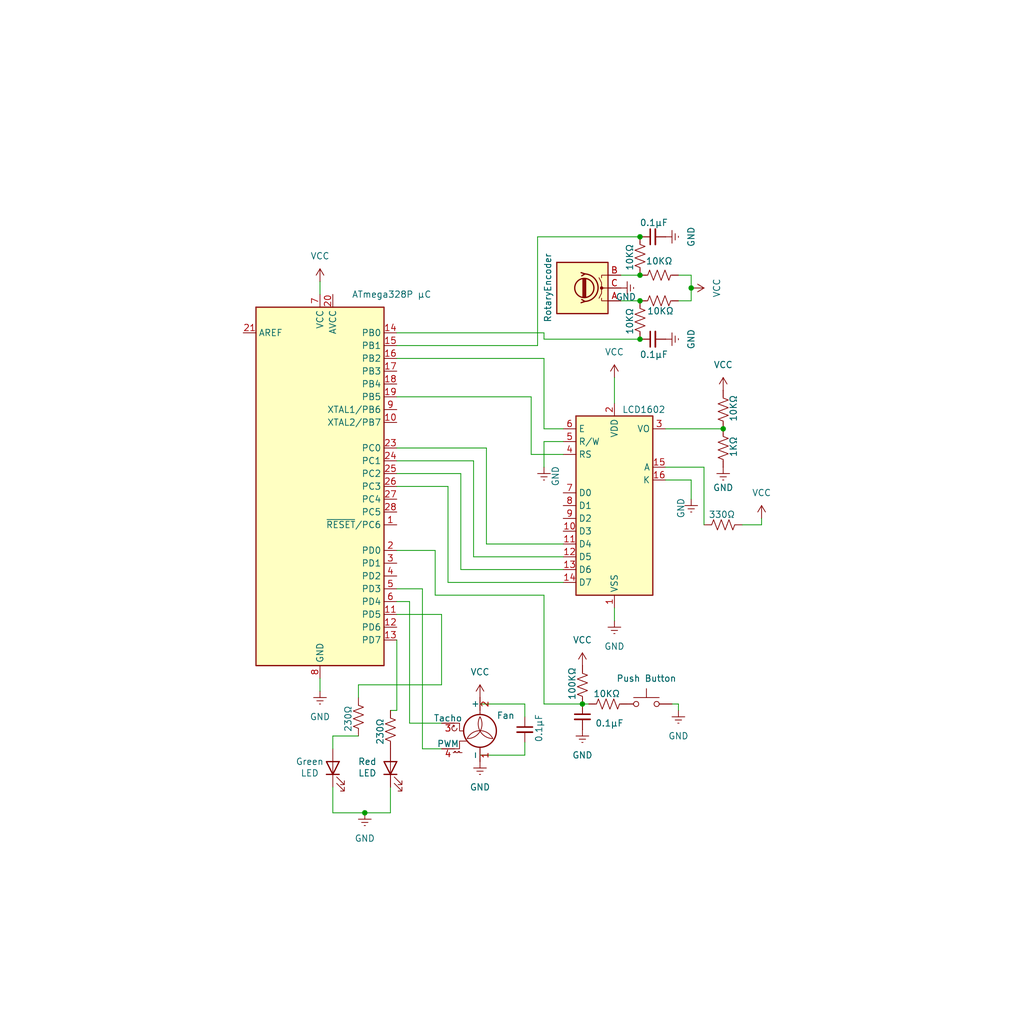
<source format=kicad_sch>
(kicad_sch (version 20250114) (generator "eeschema") (generator_version "9.0")
  (paper "User" 203.2 203.2)
  (title_block (title "Lab 4 Sage Marks & Matt Krueger") (date "4/4/2025"))
  (lib_symbols
    (symbol "Device:C_Small" (pin_numbers (hide yes)) (pin_names (offset 0.254) (hide yes))
      (property "Reference" "C" (at 0.254 1.778 0))
      (property "Value" "C_Small" (at 0.254 -2.032 0))
      (symbol "C_Small_0_1"
        (polyline (pts (xy -1.524 0.508) (xy 1.524 0.508)) (stroke (width 0.3048)))
        (polyline (pts (xy -1.524 -0.508) (xy 1.524 -0.508)) (stroke (width 0.3302)))
      )
      (symbol "C_Small_1_1"
        (pin passive line (at 0 2.54 270) (length 2.032) (name "~") (number "1"))
        (pin passive line (at 0 -2.54 90) (length 2.032) (name "~") (number "2"))
      )
    )
    (symbol "Device:LED" (pin_numbers (hide yes)) (pin_names (offset 1.016) (hide yes))
      (property "Reference" "Red" (at -4.826 3.556 0))
      (property "Value" "LED" (at -4.572 1.016 0))
      (symbol "LED_0_1"
        (polyline (pts (xy 2.54 1.27) (xy 2.54 3.81)))
        (polyline (pts (xy 3.302 0.762) (xy 4.826 -0.762) (xy 4.826 0) (xy 4.826 -0.762) (xy 4.064 -0.762)))
        (polyline (pts (xy 3.302 -0.508) (xy 4.826 -2.032) (xy 4.826 -1.27) (xy 4.826 -2.032) (xy 4.064 -2.032)))
        (polyline (pts (xy 3.81 3.81) (xy 1.27 3.81) (xy 2.54 1.27) (xy 3.81 3.81)) (stroke (width 0.254)))
        (polyline (pts (xy 3.81 1.27) (xy 1.27 1.27)) (stroke (width 0.254)))
      )
      (symbol "LED_1_1"
        (pin passive line (at 2.54 6.35 270) (length 2.54) (name "A") (number "2"))
        (pin passive line (at 2.54 -1.27 90) (length 2.54) (name "K") (number "1"))
      )
    )
    (symbol "Device:R_US" (pin_numbers (hide yes)) (pin_names (offset 0))
      (property "Reference" "R" (at 2.54 0 90))
      (property "Value" "R_US" (at -2.54 0 90))
      (symbol "R_US_0_1"
        (polyline (pts (xy 0 2.286) (xy 0 2.54)))
        (polyline (pts (xy 0 2.286) (xy 1.016 1.905) (xy 0 1.524) (xy -1.016 1.143) (xy 0 0.762)))
        (polyline (pts (xy 0 0.762) (xy 1.016 0.381) (xy 0 0) (xy -1.016 -0.381) (xy 0 -0.762)))
        (polyline (pts (xy 0 -0.762) (xy 1.016 -1.143) (xy 0 -1.524) (xy -1.016 -1.905) (xy 0 -2.286)))
        (polyline (pts (xy 0 -2.286) (xy 0 -2.54)))
      )
      (symbol "R_US_1_1"
        (pin passive line (at 0 3.81 270) (length 1.27) (name "~") (number "1"))
        (pin passive line (at 0 -3.81 90) (length 1.27) (name "~") (number "2"))
      )
    )
    (symbol "Device:RotaryEncoder" (pin_names (offset 0.254) (hide yes))
      (property "Reference" "SW" (at 0 6.604 0))
      (property "Value" "RotaryEncoder" (at 0 -6.604 0))
      (symbol "RotaryEncoder_0_1"
        (rectangle (start -5.08 5.08) (end 5.08 -5.08) (stroke (width 0.254)) (fill (type background)))
        (polyline (pts (xy -5.08 2.54) (xy -3.81 2.54) (xy -3.81 2.032)))
        (polyline (pts (xy -5.08 0) (xy -3.81 0) (xy -3.81 -1.016) (xy -3.302 -2.032)))
        (polyline (pts (xy -5.08 -2.54) (xy -3.81 -2.54) (xy -3.81 -2.032)))
        (polyline (pts (xy -4.318 0) (xy -3.81 0) (xy -3.81 1.016) (xy -3.302 2.032)))
        (circle (center -3.81 0) (radius 0.254) (fill (type outline)))
        (polyline (pts (xy -0.635 -1.778) (xy -0.635 1.778)) (stroke (width 0.254)))
        (circle (center -0.381 0) (radius 1.905) (stroke (width 0.254)))
        (polyline (pts (xy -0.381 -1.778) (xy -0.381 1.778)) (stroke (width 0.254)))
        (arc (start -0.381 -2.794) (mid -3.0988 -0.0635) (end -0.381 2.667) (stroke (width 0.254)))
        (polyline (pts (xy -0.127 1.778) (xy -0.127 -1.778)) (stroke (width 0.254)))
        (polyline (pts (xy 0.254 2.921) (xy -0.508 2.667) (xy 0.127 2.286)) (stroke (width 0.254)))
        (polyline (pts (xy 0.254 -3.048) (xy -0.508 -2.794) (xy 0.127 -2.413)) (stroke (width 0.254)))
      )
      (symbol "RotaryEncoder_1_1"
        (pin passive line (at -7.62 2.54 0) (length 2.54) (name "A") (number "A"))
        (pin passive line (at -7.62 0 0) (length 2.54) (name "C") (number "C"))
        (pin passive line (at -7.62 -2.54 0) (length 2.54) (name "B") (number "B"))
      )
    )
    (symbol "Display_Character:WC1602A"
      (property "Reference" "DS" (at -5.842 19.05 0))
      (property "Value" "WC1602A" (at 5.334 19.05 0))
      (symbol "WC1602A_1_1"
        (rectangle (start -7.62 17.78) (end 7.62 -17.78) (stroke (width 0.254)) (fill (type background)))
        (pin input line (at -10.16 15.24 0) (length 2.54) (name "E") (number "6"))
        (pin input line (at -10.16 12.7 0) (length 2.54) (name "R/W") (number "5"))
        (pin input line (at -10.16 10.16 0) (length 2.54) (name "RS") (number "4"))
        (pin input line (at -10.16 2.54 0) (length 2.54) (name "D0") (number "7"))
        (pin input line (at -10.16 0 0) (length 2.54) (name "D1") (number "8"))
        (pin input line (at -10.16 -2.54 0) (length 2.54) (name "D2") (number "9"))
        (pin input line (at -10.16 -5.08 0) (length 2.54) (name "D3") (number "10"))
        (pin input line (at -10.16 -7.62 0) (length 2.54) (name "D4") (number "11"))
        (pin input line (at -10.16 -10.16 0) (length 2.54) (name "D5") (number "12"))
        (pin input line (at -10.16 -12.7 0) (length 2.54) (name "D6") (number "13"))
        (pin input line (at -10.16 -15.24 0) (length 2.54) (name "D7") (number "14"))
        (pin power_in line (at 0 20.32 270) (length 2.54) (name "VDD") (number "2"))
        (pin power_in line (at 0 -20.32 90) (length 2.54) (name "VSS") (number "1"))
        (pin input line (at 10.16 15.24 180) (length 2.54) (name "VO") (number "3"))
        (pin power_in line (at 10.16 7.62 180) (length 2.54) (name "A") (number "15"))
        (pin power_in line (at 10.16 5.08 180) (length 2.54) (name "K") (number "16"))
      )
    )
    (symbol "MCU_Microchip_ATmega:ATmega328P-P"
      (property "Reference" "U" (at -12.7 36.83 0))
      (property "Value" "ATmega328P-P" (at 2.54 -36.83 0))
      (symbol "ATmega328P-P_0_1"
        (rectangle (start -12.7 -35.56) (end 12.7 35.56) (stroke (width 0.254)) (fill (type background)))
      )
      (symbol "ATmega328P-P_1_1"
        (pin passive line (at -15.24 30.48 0) (length 2.54) (name "AREF") (number "21"))
        (pin power_in line (at 0 38.1 270) (length 2.54) (name "VCC") (number "7"))
        (pin passive line (at 0 -38.1 90) (length 2.54) (hide yes) (name "GND") (number "22"))
        (pin power_in line (at 0 -38.1 90) (length 2.54) (name "GND") (number "8"))
        (pin power_in line (at 2.54 38.1 270) (length 2.54) (name "AVCC") (number "20"))
        (pin bidirectional line (at 15.24 30.48 180) (length 2.54) (name "PB0") (number "14"))
        (pin bidirectional line (at 15.24 27.94 180) (length 2.54) (name "PB1") (number "15"))
        (pin bidirectional line (at 15.24 25.4 180) (length 2.54) (name "PB2") (number "16"))
        (pin bidirectional line (at 15.24 22.86 180) (length 2.54) (name "PB3") (number "17"))
        (pin bidirectional line (at 15.24 20.32 180) (length 2.54) (name "PB4") (number "18"))
        (pin bidirectional line (at 15.24 17.78 180) (length 2.54) (name "PB5") (number "19"))
        (pin bidirectional line (at 15.24 15.24 180) (length 2.54) (name "XTAL1/PB6") (number "9"))
        (pin bidirectional line (at 15.24 12.7 180) (length 2.54) (name "XTAL2/PB7") (number "10"))
        (pin bidirectional line (at 15.24 7.62 180) (length 2.54) (name "PC0") (number "23"))
        (pin bidirectional line (at 15.24 5.08 180) (length 2.54) (name "PC1") (number "24"))
        (pin bidirectional line (at 15.24 2.54 180) (length 2.54) (name "PC2") (number "25"))
        (pin bidirectional line (at 15.24 0 180) (length 2.54) (name "PC3") (number "26"))
        (pin bidirectional line (at 15.24 -2.54 180) (length 2.54) (name "PC4") (number "27"))
        (pin bidirectional line (at 15.24 -5.08 180) (length 2.54) (name "PC5") (number "28"))
        (pin bidirectional line (at 15.24 -7.62 180) (length 2.54) (name "~{RESET}/PC6") (number "1"))
        (pin bidirectional line (at 15.24 -12.7 180) (length 2.54) (name "PD0") (number "2"))
        (pin bidirectional line (at 15.24 -15.24 180) (length 2.54) (name "PD1") (number "3"))
        (pin bidirectional line (at 15.24 -17.78 180) (length 2.54) (name "PD2") (number "4"))
        (pin bidirectional line (at 15.24 -20.32 180) (length 2.54) (name "PD3") (number "5"))
        (pin bidirectional line (at 15.24 -22.86 180) (length 2.54) (name "PD4") (number "6"))
        (pin bidirectional line (at 15.24 -25.4 180) (length 2.54) (name "PD5") (number "11"))
        (pin bidirectional line (at 15.24 -27.94 180) (length 2.54) (name "PD6") (number "12"))
        (pin bidirectional line (at 15.24 -30.48 180) (length 2.54) (name "PD7") (number "13"))
      )
    )
    (symbol "Motor:Fan_4pin" (pin_names (offset 0))
      (property "Reference" "M" (at 2.54 5.08 0))
      (property "Value" "Fan_4pin" (at 2.54 -2.54 0))
      (symbol "Fan_4pin_0_0"
        (polyline (pts (xy -5.08 2.032) (xy -5.334 2.159)))
        (polyline (pts (xy -5.08 2.032) (xy -5.207 1.778)))
        (arc (start -4.572 1.524) (mid -5.08 1.0182) (end -5.588 1.524))
        (arc (start -5.588 1.524) (mid -5.4392 1.8832) (end -5.08 2.032))
        (polyline (pts (xy -4.064 2.54) (xy -4.064 1.016) (xy -3.302 1.016)))
      )
      (symbol "Fan_4pin_0_1"
        (polyline (pts (xy -5.334 -3.302) (xy -5.08 -3.302) (xy -5.08 -3.048) (xy -4.826 -3.048) (xy -4.826 -3.302) (xy -4.318 -3.302) (xy -4.318 -3.048) (xy -4.064 -3.048) (xy -4.064 -3.302) (xy -3.556 -3.302)))
        (polyline (pts (xy -4.064 2.54) (xy -5.08 2.54)))
        (polyline (pts (xy -2.54 -1.016) (xy -4.064 -1.016) (xy -4.064 -2.54) (xy -5.08 -2.54)))
        (arc (start 0 3.81) (mid -0.0015 0.9048) (end -2.54 -0.508))
        (polyline (pts (xy 0 4.572) (xy 0 5.08)))
        (polyline (pts (xy 0 4.2672) (xy 0 4.6228)))
        (circle (center 0 1.016) (radius 3.2512) (stroke (width 0.254)))
        (arc (start -2.54 -0.508) (mid 0 1.0618) (end 2.54 -0.508))
        (polyline (pts (xy 0 -2.2352) (xy 0 -2.6416)))
        (polyline (pts (xy 0 -5.08) (xy 0 -4.572)))
        (arc (start 2.54 -0.508) (mid 0.047 0.9315) (end 0 3.81))
      )
      (symbol "Fan_4pin_1_1"
        (pin passive line (at -7.62 2.54 0) (length 2.54) (name "Tacho") (number "3"))
        (pin input line (at -7.62 -2.54 0) (length 2.54) (name "PWM") (number "4"))
        (pin passive line (at 0 7.62 270) (length 2.54) (name "+") (number "2"))
        (pin passive line (at 0 -5.08 90) (length 2.54) (name "-") (number "1"))
      )
    )
    (symbol "Switch:SW_Push" (pin_numbers (hide yes)) (pin_names (offset 1.016) (hide yes))
      (property "Reference" "SW" (at 1.27 2.54 0))
      (property "Value" "SW_Push" (at 0 -1.524 0))
      (symbol "SW_Push_0_1"
        (circle (center -2.032 0) (radius 0.508))
        (polyline (pts (xy 0 1.27) (xy 0 3.048)))
        (circle (center 2.032 0) (radius 0.508))
        (polyline (pts (xy 2.54 1.27) (xy -2.54 1.27)))
        (pin passive line (at -5.08 0 0) (length 2.54) (name "1") (number "1"))
        (pin passive line (at 5.08 0 180) (length 2.54) (name "2") (number "2"))
      )
    )
    (symbol "power:Earth" (power) (pin_numbers (hide yes)) (pin_names (offset 0) (hide yes))
      (property "Value" "Earth" (at 0 -3.81 0))
      (symbol "Earth_0_1"
        (polyline (pts (xy -0.635 -1.905) (xy 0.635 -1.905)))
        (polyline (pts (xy -0.127 -2.54) (xy 0.127 -2.54)))
        (polyline (pts (xy 0 -1.27) (xy 0 0)))
        (polyline (pts (xy 1.27 -1.27) (xy -1.27 -1.27)))
      )
      (symbol "Earth_1_1"
        (pin power_in line (at 0 0 270) (length 0) (name "~") (number "1"))
      )
    )
    (symbol "power:VCC" (power) (pin_numbers (hide yes)) (pin_names (offset 0) (hide yes))
      (property "Value" "VCC" (at 0 3.556 0))
      (symbol "VCC_0_1"
        (polyline (pts (xy -0.762 1.27) (xy 0 2.54)))
        (polyline (pts (xy 0 2.54) (xy 0.762 1.27)))
        (polyline (pts (xy 0 0) (xy 0 2.54)))
      )
      (symbol "VCC_1_1"
        (pin power_in line (at 0 0 90) (length 0) (name "~") (number "1"))
      )
    )
  )
  (junction (at 115.57 139.7))
  (junction (at 137.16 57.15))
  (junction (at 72.39 161.29))
  (junction (at 127 67.31))
  (junction (at 127 46.99))
  (junction (at 127 59.69))
  (junction (at 143.51 85.09))
  (junction (at 127 54.61))
  (wire (pts (xy 96.52 88.9) (xy 96.52 107.95)))
  (wire (pts (xy 105.41 90.17) (xy 111.76 90.17)))
  (wire (pts (xy 81.28 119.38) (xy 81.28 143.51)))
  (wire (pts (xy 95.25 139.7) (xy 104.14 139.7)))
  (wire (pts (xy 107.95 87.63) (xy 107.95 92.71)))
  (wire (pts (xy 78.74 127) (xy 78.74 140.97)))
  (wire (pts (xy 137.16 95.25) (xy 137.16 99.06)))
  (wire (pts (xy 93.98 91.44) (xy 93.98 110.49)))
  (wire (pts (xy 107.95 85.09) (xy 111.76 85.09)))
  (wire (pts (xy 107.95 66.04) (xy 107.95 67.31)))
  (wire (pts (xy 106.68 46.99) (xy 127 46.99)))
  (wire (pts (xy 87.63 121.92) (xy 87.63 135.89)))
  (wire (pts (xy 139.7 92.71) (xy 139.7 104.14)))
  (wire (pts (xy 78.74 93.98) (xy 91.44 93.98)))
  (wire (pts (xy 96.52 107.95) (xy 111.76 107.95)))
  (wire (pts (xy 115.57 139.7) (xy 107.95 139.7)))
  (wire (pts (xy 86.36 118.11) (xy 86.36 109.22)))
  (wire (pts (xy 134.62 139.7) (xy 133.35 139.7)))
  (wire (pts (xy 123.19 59.69) (xy 127 59.69)))
  (wire (pts (xy 105.41 78.74) (xy 105.41 90.17)))
  (wire (pts (xy 121.92 74.93) (xy 121.92 80.01)))
  (wire (pts (xy 95.25 149.86) (xy 104.14 149.86)))
  (wire (pts (xy 63.5 134.62) (xy 63.5 137.16)))
  (wire (pts (xy 88.9 96.52) (xy 88.9 115.57)))
  (wire (pts (xy 81.28 143.51) (xy 87.63 143.51)))
  (wire (pts (xy 66.04 161.29) (xy 72.39 161.29)))
  (wire (pts (xy 107.95 118.11) (xy 86.36 118.11)))
  (wire (pts (xy 111.76 87.63) (xy 107.95 87.63)))
  (wire (pts (xy 134.62 59.69) (xy 137.16 59.69)))
  (wire (pts (xy 77.47 161.29) (xy 77.47 156.21)))
  (wire (pts (xy 107.95 67.31) (xy 127 67.31)))
  (wire (pts (xy 78.74 116.84) (xy 83.82 116.84)))
  (wire (pts (xy 78.74 140.97) (xy 77.47 140.97)))
  (wire (pts (xy 132.08 92.71) (xy 139.7 92.71)))
  (wire (pts (xy 147.32 104.14) (xy 151.13 104.14)))
  (wire (pts (xy 134.62 54.61) (xy 137.16 54.61)))
  (wire (pts (xy 93.98 110.49) (xy 111.76 110.49)))
  (wire (pts (xy 78.74 121.92) (xy 87.63 121.92)))
  (wire (pts (xy 132.08 95.25) (xy 137.16 95.25)))
  (wire (pts (xy 66.04 148.59) (xy 66.04 146.05)))
  (wire (pts (xy 83.82 148.59) (xy 87.63 148.59)))
  (wire (pts (xy 121.92 123.19) (xy 121.92 120.65)))
  (wire (pts (xy 123.19 54.61) (xy 127 54.61)))
  (wire (pts (xy 106.68 68.58) (xy 106.68 46.99)))
  (wire (pts (xy 78.74 119.38) (xy 81.28 119.38)))
  (wire (pts (xy 66.04 146.05) (xy 71.12 146.05)))
  (wire (pts (xy 78.74 96.52) (xy 88.9 96.52)))
  (wire (pts (xy 107.95 139.7) (xy 107.95 118.11)))
  (wire (pts (xy 104.14 147.32) (xy 104.14 149.86)))
  (wire (pts (xy 71.12 135.89) (xy 71.12 138.43)))
  (wire (pts (xy 87.63 135.89) (xy 71.12 135.89)))
  (wire (pts (xy 83.82 116.84) (xy 83.82 148.59)))
  (wire (pts (xy 78.74 88.9) (xy 96.52 88.9)))
  (wire (pts (xy 107.95 71.12) (xy 107.95 85.09)))
  (wire (pts (xy 72.39 161.29) (xy 77.47 161.29)))
  (wire (pts (xy 137.16 57.15) (xy 137.16 54.61)))
  (wire (pts (xy 104.14 139.7) (xy 104.14 142.24)))
  (wire (pts (xy 91.44 93.98) (xy 91.44 113.03)))
  (wire (pts (xy 137.16 59.69) (xy 137.16 57.15)))
  (wire (pts (xy 116.84 139.7) (xy 115.57 139.7)))
  (wire (pts (xy 86.36 109.22) (xy 78.74 109.22)))
  (wire (pts (xy 124.46 139.7) (xy 123.19 139.7)))
  (wire (pts (xy 132.08 85.09) (xy 143.51 85.09)))
  (wire (pts (xy 78.74 78.74) (xy 105.41 78.74)))
  (wire (pts (xy 91.44 113.03) (xy 111.76 113.03)))
  (wire (pts (xy 78.74 71.12) (xy 107.95 71.12)))
  (wire (pts (xy 78.74 68.58) (xy 106.68 68.58)))
  (wire (pts (xy 63.5 55.88) (xy 63.5 58.42)))
  (wire (pts (xy 151.13 104.14) (xy 151.13 102.87)))
  (wire (pts (xy 66.04 156.21) (xy 66.04 161.29)))
  (wire (pts (xy 134.62 140.97) (xy 134.62 139.7)))
  (wire (pts (xy 78.74 66.04) (xy 107.95 66.04)))
  (wire (pts (xy 78.74 91.44) (xy 93.98 91.44)))
  (wire (pts (xy 88.9 115.57) (xy 111.76 115.57)))
  (symbol (lib_id "Switch:SW_Push") (at 128.27 139.7 0) (unit 1)
    (property "Reference" "SW1" (effects (hide yes)))
    (property "Value" "Push Button" (at 128.27 134.62 0))
    (property "Description" "Push button switch, generic, two pins" (effects (hide yes)))
  )
  (symbol (lib_id "Device:R_US") (at 130.81 54.61 90) (unit 1)
    (property "Reference" "R4" (effects (hide yes)))
    (property "Value" "10KΩ" (at 130.81 51.816 90))
    (property "Description" "Resistor, US symbol" (effects (hide yes)))
  )
  (symbol (lib_id "power:VCC") (at 115.57 132.08 0) (unit 1)
    (property "Reference" "#PWR03" (effects (hide yes)))
    (property "Value" "VCC" (at 115.57 127 0))
    (property "Description" "Power symbol creates a global label with name \"VCC\"" (effects (hide yes)))
  )
  (symbol (lib_id "Display_Character:WC1602A") (at 121.92 100.33 0) (unit 1)
    (property "Reference" "LCD1602" (at 123.444 81.28 0) (effects (justify left)))
    (property "Value" "WC1602A" (effects (hide yes)))
    (property "Footprint" "Display:WC1602A" (effects (hide yes)))
    (property "Datasheet" "http://www.wincomlcd.com/pdf/WC1602A-SFYLYHTC06.pdf" (effects (hide yes)))
    (property "Description" "LCD 16x2 Alphanumeric , 8 bit parallel bus, 5V VDD" (effects (hide yes)))
  )
  (symbol (lib_id "power:Earth") (at 143.51 92.71 0) (unit 1)
    (property "Reference" "#PWR018" (effects (hide yes)))
    (property "Value" "GND" (at 143.51 96.774 0))
    (property "Description" "Power symbol creates a global label with name \"Earth\"" (effects (hide yes)))
  )
  (symbol (lib_id "Motor:Fan_4pin") (at 95.25 146.05 0) (unit 1)
    (property "Reference" "M1" (effects (hide yes)))
    (property "Value" "Fan" (at 98.552 141.986 0) (effects (justify left)))
    (property "Datasheet" "http://www.formfactors.org/developer%5Cspecs%5Crev1_2_public.pdf" (effects (hide yes)))
    (property "Description" "Fan, tacho output, PWM input, 4-pin connector" (effects (hide yes)))
  )
  (symbol (lib_id "power:Earth") (at 123.19 57.15 90) (unit 1)
    (property "Reference" "#PWR06" (effects (hide yes)))
    (property "Value" "GND" (at 124.206 58.928 90))
    (property "Description" "Power symbol creates a global label with name \"Earth\"" (effects (hide yes)))
  )
  (symbol (lib_id "Device:LED") (at 74.93 154.94 0) (unit 1)
    (property "Reference" "Red" (at 72.898 151.13 0))
    (property "Value" "LED" (at 72.898 153.416 0))
    (property "Description" "Light emitting diode" (effects (hide yes)))
    (property "Sim.Pins" "1=K 2=A" (effects (hide yes)))
  )
  (symbol (lib_id "Device:C_Small") (at 129.54 46.99 90) (unit 1)
    (property "Reference" "C3" (effects (hide yes)))
    (property "Value" "0.1µF" (at 132.588 44.196 90) (effects (justify left)))
    (property "Description" "Unpolarized capacitor, small symbol" (effects (hide yes)))
  )
  (symbol (lib_id "power:VCC") (at 151.13 102.87 0) (unit 1)
    (property "Reference" "#PWR015" (effects (hide yes)))
    (property "Value" "VCC" (at 151.13 97.79 0))
    (property "Description" "Power symbol creates a global label with name \"VCC\"" (effects (hide yes)))
  )
  (symbol (lib_id "Device:R_US") (at 130.81 59.69 90) (unit 1)
    (property "Reference" "R3" (effects (hide yes)))
    (property "Value" "10KΩ" (at 131.064 61.722 90))
    (property "Description" "Resistor, US symbol" (effects (hide yes)))
  )
  (symbol (lib_id "power:Earth") (at 72.39 161.29 0) (unit 1)
    (property "Reference" "#PWR019" (effects (hide yes)))
    (property "Value" "GND" (at 72.39 166.37 0))
    (property "Description" "Power symbol creates a global label with name \"Earth\"" (effects (hide yes)))
  )
  (symbol (lib_id "Device:R_US") (at 71.12 142.24 0) (unit 1)
    (property "Reference" "R11" (effects (hide yes)))
    (property "Value" "230Ω" (at 69.088 145.288 90) (effects (justify left)))
    (property "Description" "Resistor, US symbol" (effects (hide yes)))
  )
  (symbol (lib_id "power:Earth") (at 95.25 151.13 0) (unit 1)
    (property "Reference" "#PWR011" (effects (hide yes)))
    (property "Value" "GND" (at 95.25 156.21 0))
    (property "Description" "Power symbol creates a global label with name \"Earth\"" (effects (hide yes)))
  )
  (symbol (lib_id "Device:C_Small") (at 129.54 67.31 90) (unit 1)
    (property "Reference" "C2" (effects (hide yes)))
    (property "Value" "0.1µF" (at 132.588 70.358 90) (effects (justify left)))
    (property "Description" "Unpolarized capacitor, small symbol" (effects (hide yes)))
  )
  (symbol (lib_id "Device:R_US") (at 77.47 144.78 0) (unit 1)
    (property "Reference" "R10" (effects (hide yes)))
    (property "Value" "230Ω" (at 75.438 147.828 90) (effects (justify left)))
    (property "Description" "Resistor, US symbol" (effects (hide yes)))
  )
  (symbol (lib_id "Device:R_US") (at 143.51 81.28 180) (unit 1)
    (property "Reference" "R7" (effects (hide yes)))
    (property "Value" "10KΩ" (at 145.542 81.026 90))
    (property "Description" "Resistor, US symbol" (effects (hide yes)))
  )
  (symbol (lib_id "power:Earth") (at 134.62 140.97 0) (unit 1)
    (property "Reference" "#PWR02" (effects (hide yes)))
    (property "Value" "GND" (at 134.62 146.05 0))
    (property "Description" "Power symbol creates a global label with name \"Earth\"" (effects (hide yes)))
  )
  (symbol (lib_id "Device:R_US") (at 143.51 88.9 180) (unit 1)
    (property "Reference" "R8" (effects (hide yes)))
    (property "Value" "1KΩ" (at 145.542 88.646 90))
    (property "Description" "Resistor, US symbol" (effects (hide yes)))
  )
  (symbol (lib_id "Device:RotaryEncoder") (at 115.57 57.15 180) (unit 1)
    (property "Reference" "SW2" (effects (hide yes)))
    (property "Value" "RotaryEncoder" (at 108.712 64.008 90) (effects (justify right)))
    (property "Description" "Rotary encoder, dual channel, incremental quadrate outputs" (effects (hide yes)))
  )
  (symbol (lib_id "Device:R_US") (at 127 50.8 0) (unit 1)
    (property "Reference" "R6" (effects (hide yes)))
    (property "Value" "10KΩ" (at 124.968 51.054 90))
    (property "Description" "Resistor, US symbol" (effects (hide yes)))
  )
  (symbol (lib_id "MCU_Microchip_ATmega:ATmega328P-P") (at 63.5 96.52 0) (unit 1)
    (property "Reference" "U2" (effects (hide yes)))
    (property "Value" "ATmega328P µC" (at 77.724 58.42 0))
    (property "Footprint" "Package_DIP:DIP-28_W7.62mm" (effects (hide yes)))
    (property "Datasheet" "http://ww1.microchip.com/downloads/en/DeviceDoc/ATmega328_P%20AVR%20MCU%20with%20picoPower%20Technology%20Data%20Sheet%2040001984A.pdf" (effects (hide yes)))
    (property "Description" "20MHz, 32kB Flash, 2kB SRAM, 1kB EEPROM, DIP-28" (effects (hide yes)))
  )
  (symbol (lib_id "power:VCC") (at 63.5 55.88 0) (unit 1)
    (property "Reference" "#PWR09" (effects (hide yes)))
    (property "Value" "VCC" (at 63.5 50.8 0))
    (property "Description" "Power symbol creates a global label with name \"VCC\"" (effects (hide yes)))
  )
  (symbol (lib_id "power:Earth") (at 132.08 67.31 90) (unit 1)
    (property "Reference" "#PWR04" (effects (hide yes)))
    (property "Value" "GND" (at 137.16 67.31 0))
    (property "Description" "Power symbol creates a global label with name \"Earth\"" (effects (hide yes)))
  )
  (symbol (lib_id "power:Earth") (at 137.16 99.06 0) (unit 1)
    (property "Reference" "#PWR017" (effects (hide yes)))
    (property "Value" "GND" (at 135.128 100.838 90))
    (property "Description" "Power symbol creates a global label with name \"Earth\"" (effects (hide yes)))
  )
  (symbol (lib_id "power:Earth") (at 107.95 92.71 0) (unit 1)
    (property "Reference" "#PWR014" (effects (hide yes)))
    (property "Value" "GND" (at 110.236 94.488 90))
    (property "Description" "Power symbol creates a global label with name \"Earth\"" (effects (hide yes)))
  )
  (symbol (lib_id "Device:R_US") (at 127 63.5 0) (unit 1)
    (property "Reference" "R5" (effects (hide yes)))
    (property "Value" "10KΩ" (at 124.968 63.754 90))
    (property "Description" "Resistor, US symbol" (effects (hide yes)))
  )
  (symbol (lib_id "Device:R_US") (at 115.57 135.89 0) (unit 1)
    (property "Reference" "R2" (effects (hide yes)))
    (property "Value" "100KΩ" (at 113.538 138.938 90) (effects (justify left)))
    (property "Description" "Resistor, US symbol" (effects (hide yes)))
  )
  (symbol (lib_id "Device:C_Small") (at 104.14 144.78 0) (unit 1)
    (property "Reference" "C4" (effects (hide yes)))
    (property "Value" "0.1µF" (at 106.934 147.32 90) (effects (justify left)))
    (property "Description" "Unpolarized capacitor, small symbol" (effects (hide yes)))
  )
  (symbol (lib_id "Device:LED") (at 63.5 154.94 0) (unit 1)
    (property "Reference" "Green" (at 61.468 151.13 0))
    (property "Value" "LED" (at 61.468 153.416 0))
    (property "Description" "Light emitting diode" (effects (hide yes)))
    (property "Sim.Pins" "1=K 2=A" (effects (hide yes)))
  )
  (symbol (lib_id "power:Earth") (at 63.5 137.16 0) (unit 1)
    (property "Reference" "#PWR08" (effects (hide yes)))
    (property "Value" "GND" (at 63.5 142.24 0))
    (property "Description" "Power symbol creates a global label with name \"Earth\"" (effects (hide yes)))
  )
  (symbol (lib_id "Device:R_US") (at 120.65 139.7 270) (unit 1)
    (property "Reference" "R1" (effects (hide yes)))
    (property "Value" "10KΩ" (at 120.396 137.668 90))
    (property "Description" "Resistor, US symbol" (effects (hide yes)))
  )
  (symbol (lib_id "power:VCC") (at 143.51 77.47 0) (unit 1)
    (property "Reference" "#PWR016" (effects (hide yes)))
    (property "Value" "VCC" (at 143.51 72.39 0))
    (property "Description" "Power symbol creates a global label with name \"VCC\"" (effects (hide yes)))
  )
  (symbol (lib_id "Device:C_Small") (at 115.57 142.24 0) (unit 1)
    (property "Reference" "C1" (effects (hide yes)))
    (property "Value" "0.1µF" (at 118.11 143.5162 0) (effects (justify left)))
    (property "Description" "Unpolarized capacitor, small symbol" (effects (hide yes)))
  )
  (symbol (lib_id "power:Earth") (at 121.92 123.19 0) (unit 1)
    (property "Reference" "#PWR013" (effects (hide yes)))
    (property "Value" "GND" (at 121.92 128.27 0))
    (property "Description" "Power symbol creates a global label with name \"Earth\"" (effects (hide yes)))
  )
  (symbol (lib_id "power:Earth") (at 132.08 46.99 90) (unit 1)
    (property "Reference" "#PWR05" (effects (hide yes)))
    (property "Value" "GND" (at 137.16 46.99 0))
    (property "Description" "Power symbol creates a global label with name \"Earth\"" (effects (hide yes)))
  )
  (symbol (lib_id "Device:R_US") (at 143.51 104.14 270) (unit 1)
    (property "Reference" "R9" (effects (hide yes)))
    (property "Value" "330Ω" (at 143.256 102.108 90))
    (property "Description" "Resistor, US symbol" (effects (hide yes)))
  )
  (symbol (lib_id "power:VCC") (at 95.25 138.43 0) (unit 1)
    (property "Reference" "#PWR010" (effects (hide yes)))
    (property "Value" "VCC" (at 95.25 133.35 0))
    (property "Description" "Power symbol creates a global label with name \"VCC\"" (effects (hide yes)))
  )
  (symbol (lib_id "power:VCC") (at 137.16 57.15 270) (unit 1)
    (property "Reference" "#PWR07" (effects (hide yes)))
    (property "Value" "VCC" (at 142.24 57.15 0))
    (property "Description" "Power symbol creates a global label with name \"VCC\"" (effects (hide yes)))
  )
  (symbol (lib_id "power:Earth") (at 115.57 144.78 0) (unit 1)
    (property "Reference" "#PWR01" (effects (hide yes)))
    (property "Value" "GND" (at 115.57 149.86 0))
    (property "Description" "Power symbol creates a global label with name \"Earth\"" (effects (hide yes)))
  )
  (symbol (lib_id "power:VCC") (at 121.92 74.93 0) (unit 1)
    (property "Reference" "#PWR012" (effects (hide yes)))
    (property "Value" "VCC" (at 121.92 69.85 0))
    (property "Description" "Power symbol creates a global label with name \"VCC\"" (effects (hide yes)))
  )
)
</source>
